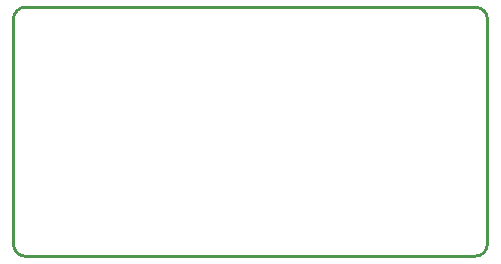
<source format=gbr>
%TF.GenerationSoftware,Altium Limited,Altium Designer,20.2.3 (150)*%
G04 Layer_Color=16711935*
%FSLAX26Y26*%
%MOIN*%
%TF.SameCoordinates,27716F98-0B22-40FE-96F5-AA6DB086EB47*%
%TF.FilePolarity,Positive*%
%TF.FileFunction,Other,Mechanical_1*%
%TF.Part,Single*%
G01*
G75*
%TA.AperFunction,NonConductor*%
%ADD68C,0.010000*%
D68*
X1910000Y1380000D02*
G03*
X1950000Y1340000I40000J0D01*
G01*
Y2170000D02*
G03*
X1910000Y2130000I0J-40000D01*
G01*
X3490000D02*
G03*
X3450000Y2170000I-40000J0D01*
G01*
Y1340000D02*
G03*
X3490000Y1380000I0J40000D01*
G01*
X1910000D02*
Y2130000D01*
X1950000Y1340000D02*
X3450000Y1340000D01*
X1950000Y2170000D02*
X3090000Y2170000D01*
X3490000Y2090000D02*
Y2130000D01*
X3090000Y2170000D02*
X3450000D01*
X3490000Y1380000D02*
Y2090000D01*
%TF.MD5,b6ff5d64ea16e39961084b2e9af1fb2c*%
M02*

</source>
